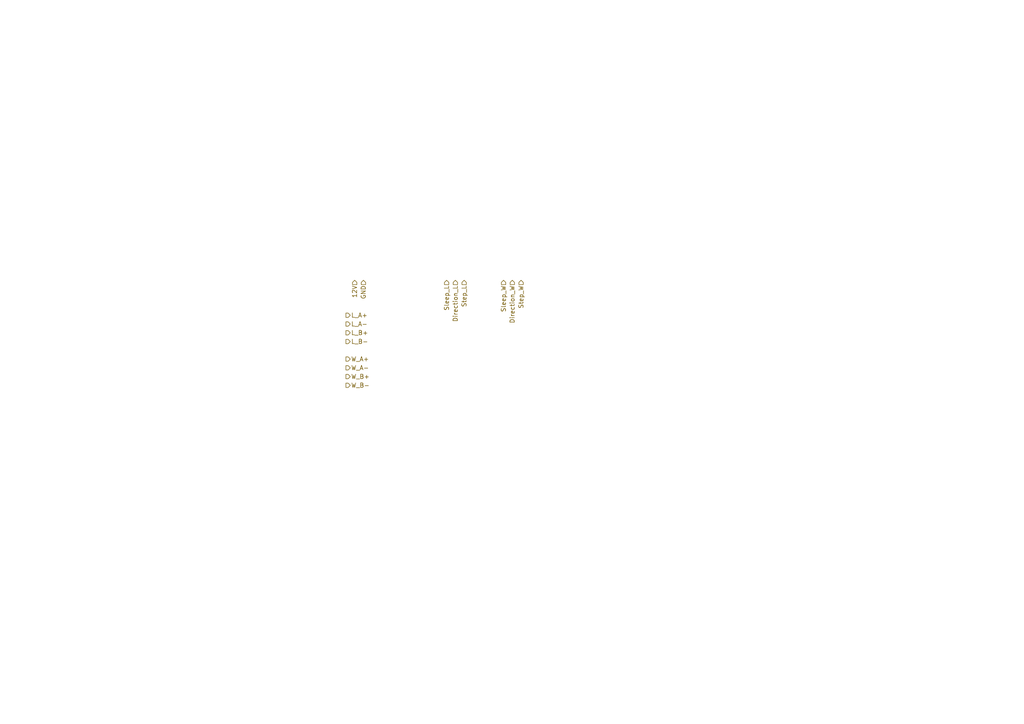
<source format=kicad_sch>
(kicad_sch
	(version 20231120)
	(generator "eeschema")
	(generator_version "8.0")
	(uuid "0823b4ba-f65a-4a20-8108-0caf6e7cff3b")
	(paper "A4")
	(lib_symbols)
	(hierarchical_label "W_B+"
		(shape output)
		(at 100.33 109.22 0)
		(effects
			(font
				(size 1.27 1.27)
			)
			(justify left)
		)
		(uuid "056b4e64-461e-43e2-9b49-1383c1a1df01")
	)
	(hierarchical_label "W_A+"
		(shape output)
		(at 100.33 104.14 0)
		(effects
			(font
				(size 1.27 1.27)
			)
			(justify left)
		)
		(uuid "05dcb0ea-4ee0-4f16-9382-9529fb87ce97")
	)
	(hierarchical_label "L_A+"
		(shape output)
		(at 100.33 91.44 0)
		(effects
			(font
				(size 1.27 1.27)
			)
			(justify left)
		)
		(uuid "0f601a7d-ff87-4520-b62a-1b245fa669d5")
	)
	(hierarchical_label "Step_W"
		(shape input)
		(at 151.13 81.28 270)
		(effects
			(font
				(size 1.27 1.27)
			)
			(justify right)
		)
		(uuid "11a107fc-fa39-40ba-a464-cee54fefee82")
	)
	(hierarchical_label "Direction_L"
		(shape input)
		(at 132.08 81.28 270)
		(effects
			(font
				(size 1.27 1.27)
			)
			(justify right)
		)
		(uuid "4360c6ed-1465-434e-9589-7eec8638f9ee")
	)
	(hierarchical_label "L_B-"
		(shape output)
		(at 100.33 99.06 0)
		(effects
			(font
				(size 1.27 1.27)
			)
			(justify left)
		)
		(uuid "5145bf6b-98f5-41ad-9ad9-a013d324c2ea")
	)
	(hierarchical_label "Sleep_W"
		(shape input)
		(at 146.05 81.28 270)
		(effects
			(font
				(size 1.27 1.27)
			)
			(justify right)
		)
		(uuid "6e111461-86d6-427d-8d6e-6b3b046d1b36")
	)
	(hierarchical_label "Step_L"
		(shape input)
		(at 134.62 81.28 270)
		(effects
			(font
				(size 1.27 1.27)
			)
			(justify right)
		)
		(uuid "74d3f231-f470-4b7e-a160-0c1a7fceb123")
	)
	(hierarchical_label "Sleep_L"
		(shape input)
		(at 129.54 81.28 270)
		(effects
			(font
				(size 1.27 1.27)
			)
			(justify right)
		)
		(uuid "7acf597e-e206-44ef-b9fa-dc39ed410106")
	)
	(hierarchical_label "L_A-"
		(shape output)
		(at 100.33 93.98 0)
		(effects
			(font
				(size 1.27 1.27)
			)
			(justify left)
		)
		(uuid "7f4546ab-a526-4466-a70a-73eec6d6ea1d")
	)
	(hierarchical_label "GND"
		(shape input)
		(at 105.41 81.28 270)
		(effects
			(font
				(size 1.27 1.27)
			)
			(justify right)
		)
		(uuid "8dd4635c-f79a-4653-b0de-83c67431e597")
	)
	(hierarchical_label "Direction_W"
		(shape input)
		(at 148.59 81.28 270)
		(effects
			(font
				(size 1.27 1.27)
			)
			(justify right)
		)
		(uuid "92104da6-86d1-427f-b8fb-cab9b8e7f1d4")
	)
	(hierarchical_label "W_A-"
		(shape output)
		(at 100.33 106.68 0)
		(effects
			(font
				(size 1.27 1.27)
			)
			(justify left)
		)
		(uuid "95dce452-5e05-40f3-a5a2-ac68dc4ed5d4")
	)
	(hierarchical_label "12V"
		(shape input)
		(at 102.87 81.28 270)
		(effects
			(font
				(size 1.27 1.27)
			)
			(justify right)
		)
		(uuid "9842592e-5a4a-4505-8cf4-760b4b348da2")
	)
	(hierarchical_label "L_B+"
		(shape output)
		(at 100.33 96.52 0)
		(effects
			(font
				(size 1.27 1.27)
			)
			(justify left)
		)
		(uuid "cd65057e-d63a-40b9-b200-1b57c8c44597")
	)
	(hierarchical_label "W_B-"
		(shape output)
		(at 100.33 111.76 0)
		(effects
			(font
				(size 1.27 1.27)
			)
			(justify left)
		)
		(uuid "d15df086-a3a7-441c-a316-1c19320b3c81")
	)
)

</source>
